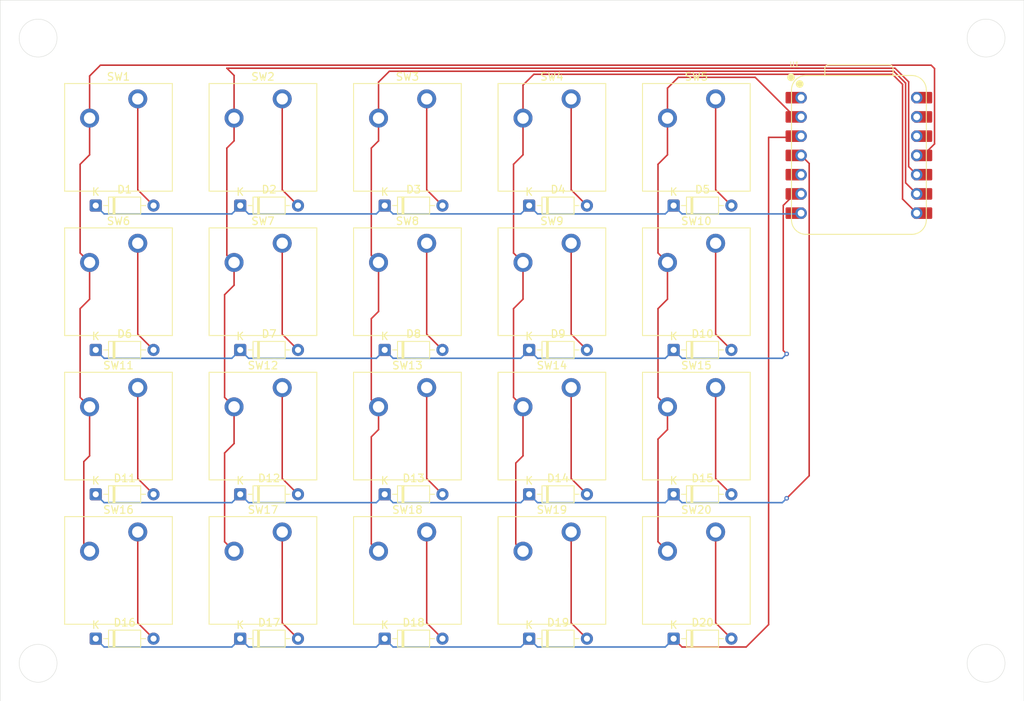
<source format=kicad_pcb>
(kicad_pcb (version 20241229) (generator "pcbnew") (generator_version "9.0")
  (layers (0 "F.Cu" signal) (2 "B.Cu" signal) (13 "F.Paste" user) (15 "B.Paste" user) (5 "F.SilkS" user "F.Silkscreen") (7 "B.SilkS" user "B.Silkscreen") (1 "F.Mask" user) (3 "B.Mask" user) (25 "Edge.Cuts" user))
  (net 0 "")
  (net 1 "r2")
  (net 2 "Net-(D1-A)")
  (net 3 "GND")
  (net 4 "+5V")
  (net 5 "Net-(D3-A)")
  (net 6 "Net-(D4-A)")
  (net 7 "Net-(D5-A)")
  (net 8 "Net-(D6-A)")
  (net 9 "Net-(D7-A)")
  (net 10 "r1")
  (net 11 "Net-(D8-A)")
  (net 12 "Net-(D9-A)")
  (net 13 "Net-(D10-A)")
  (net 14 "Net-(D11-A)")
  (net 15 "Net-(D12-A)")
  (net 16 "r3")
  (net 17 "c2")
  (net 18 "c3")
  (net 19 "c4")
  (net 20 "c5")
  (net 21 "c1")
  (net 23 "Net-(D2-A)")
  (net 24 "Net-(D13-A)")
  (net 25 "Net-(D14-A)")
  (net 26 "Net-(D15-A)")
  (net 27 "r4")
  (net 28 "Net-(D16-A)")
  (net 29 "Net-(D17-A)")
  (net 30 "Net-(D18-A)")
  (net 31 "Net-(D19-A)")
  (net 32 "Net-(D20-A)")
  (footprint "ScottoKeebs_MX:MX_PCB_1.00u" (layer "F.Cu") (at 114.3 57.15)
    (property "Reference" "SW10" (at 0 -8 0) (layer "F.SilkS"))
    (property "Value" "SW_Push")
    (pad "" np_thru_hole circle (at -5.08 0) (size 1.75 1.75) (drill 1.75) (layers "*.Cu" "*.Mask"))
    (pad "" np_thru_hole circle (at 0 0) (size 4 4) (drill 4) (layers "*.Cu" "*.Mask"))
    (pad "" np_thru_hole circle (at 5.08 0) (size 1.75 1.75) (drill 1.75) (layers "*.Cu" "*.Mask"))
    (pad "1" thru_hole circle (at -3.81 -2.54) (size 2.5 2.5) (drill 1.5) (layers "*.Cu" "*.Mask") (net 20 "c5"))
    (pad "2" thru_hole circle (at 2.54 -5.08) (size 2.5 2.5) (drill 1.5) (layers "*.Cu" "*.Mask") (net 13 "Net-(D10-A)"))
  )
  (footprint "ScottoKeebs_MX:MX_PCB_1.00u" (layer "F.Cu") (at 95.25 57.15)
    (property "Reference" "SW9" (at 0 -8 0) (layer "F.SilkS"))
    (property "Value" "SW_Push")
    (pad "" np_thru_hole circle (at -5.08 0) (size 1.75 1.75) (drill 1.75) (layers "*.Cu" "*.Mask"))
    (pad "" np_thru_hole circle (at 0 0) (size 4 4) (drill 4) (layers "*.Cu" "*.Mask"))
    (pad "" np_thru_hole circle (at 5.08 0) (size 1.75 1.75) (drill 1.75) (layers "*.Cu" "*.Mask"))
    (pad "1" thru_hole circle (at -3.81 -2.54) (size 2.5 2.5) (drill 1.5) (layers "*.Cu" "*.Mask") (net 19 "c4"))
    (pad "2" thru_hole circle (at 2.54 -5.08) (size 2.5 2.5) (drill 1.5) (layers "*.Cu" "*.Mask") (net 12 "Net-(D9-A)"))
  )
  (footprint "Diode_THT:D_DO-35_SOD27_P7.62mm_Horizontal" (layer "F.Cu") (at 35.1 66.15)
    (property "Reference" "D6" (at 3.81 -2.12 0) (layer "F.SilkS"))
    (property "Value" "D")
    (fp_text user "K" (at 0 -1.8 0) (layer "F.SilkS"))
    (pad "1" thru_hole roundrect (at 0 0) (size 1.6 1.6) (drill 0.8) (layers "*.Cu" "*.Mask") (roundrect_rratio 0.15625) (net 1 "r2"))
    (pad "2" thru_hole circle (at 7.62 0) (size 1.6 1.6) (drill 0.8) (layers "*.Cu" "*.Mask") (net 8 "Net-(D6-A)"))
  )
  (footprint "ScottoKeebs_MX:MX_PCB_1.00u" (layer "F.Cu") (at 76.2 76.2)
    (property "Reference" "SW13" (at 0 -8 0) (layer "F.SilkS"))
    (property "Value" "SW_Push")
    (pad "" np_thru_hole circle (at -5.08 0) (size 1.75 1.75) (drill 1.75) (layers "*.Cu" "*.Mask"))
    (pad "" np_thru_hole circle (at 0 0) (size 4 4) (drill 4) (layers "*.Cu" "*.Mask"))
    (pad "" np_thru_hole circle (at 5.08 0) (size 1.75 1.75) (drill 1.75) (layers "*.Cu" "*.Mask"))
    (pad "1" thru_hole circle (at -3.81 -2.54) (size 2.5 2.5) (drill 1.5) (layers "*.Cu" "*.Mask") (net 18 "c3"))
    (pad "2" thru_hole circle (at 2.54 -5.08) (size 2.5 2.5) (drill 1.5) (layers "*.Cu" "*.Mask") (net 24 "Net-(D13-A)"))
  )
  (footprint "Diode_THT:D_DO-35_SOD27_P7.62mm_Horizontal" (layer "F.Cu") (at 73.2 66.15)
    (property "Reference" "D8" (at 3.81 -2.12 0) (layer "F.SilkS"))
    (property "Value" "D")
    (fp_text user "K" (at 0 -1.8 0) (layer "F.SilkS"))
    (pad "1" thru_hole roundrect (at 0 0) (size 1.6 1.6) (drill 0.8) (layers "*.Cu" "*.Mask") (roundrect_rratio 0.15625) (net 1 "r2"))
    (pad "2" thru_hole circle (at 7.62 0) (size 1.6 1.6) (drill 0.8) (layers "*.Cu" "*.Mask") (net 11 "Net-(D8-A)"))
  )
  (footprint "ScottoKeebs_MX:MX_PCB_1.00u" (layer "F.Cu") (at 95.25 95.25)
    (property "Reference" "SW19" (at 0 -8 0) (layer "F.SilkS"))
    (property "Value" "SW_Push")
    (pad "" np_thru_hole circle (at -5.08 0) (size 1.75 1.75) (drill 1.75) (layers "*.Cu" "*.Mask"))
    (pad "" np_thru_hole circle (at 0 0) (size 4 4) (drill 4) (layers "*.Cu" "*.Mask"))
    (pad "" np_thru_hole circle (at 5.08 0) (size 1.75 1.75) (drill 1.75) (layers "*.Cu" "*.Mask"))
    (pad "1" thru_hole circle (at -3.81 -2.54) (size 2.5 2.5) (drill 1.5) (layers "*.Cu" "*.Mask") (net 19 "c4"))
    (pad "2" thru_hole circle (at 2.54 -5.08) (size 2.5 2.5) (drill 1.5) (layers "*.Cu" "*.Mask") (net 31 "Net-(D19-A)"))
  )
  (footprint "Diode_THT:D_DO-35_SOD27_P7.62mm_Horizontal" (layer "F.Cu") (at 35.1 85.2)
    (property "Reference" "D11" (at 3.81 -2.12 0) (layer "F.SilkS"))
    (property "Value" "D")
    (fp_text user "K" (at 0 -1.8 0) (layer "F.SilkS"))
    (pad "1" thru_hole roundrect (at 0 0) (size 1.6 1.6) (drill 0.8) (layers "*.Cu" "*.Mask") (roundrect_rratio 0.15625) (net 16 "r3"))
    (pad "2" thru_hole circle (at 7.62 0) (size 1.6 1.6) (drill 0.8) (layers "*.Cu" "*.Mask") (net 14 "Net-(D11-A)"))
  )
  (footprint "Diode_THT:D_DO-35_SOD27_P7.62mm_Horizontal" (layer "F.Cu") (at 111.3 47.1)
    (property "Reference" "D5" (at 3.81 -2.12 0) (layer "F.SilkS"))
    (property "Value" "D")
    (fp_text user "K" (at 0 -1.8 0) (layer "F.SilkS"))
    (pad "1" thru_hole roundrect (at 0 0) (size 1.6 1.6) (drill 0.8) (layers "*.Cu" "*.Mask") (roundrect_rratio 0.15625) (net 10 "r1"))
    (pad "2" thru_hole circle (at 7.62 0) (size 1.6 1.6) (drill 0.8) (layers "*.Cu" "*.Mask") (net 7 "Net-(D5-A)"))
  )
  (footprint "ScottoKeebs_MX:MX_PCB_1.00u" (layer "F.Cu") (at 76.2 57.15)
    (property "Reference" "SW8" (at 0 -8 0) (layer "F.SilkS"))
    (property "Value" "SW_Push")
    (pad "" np_thru_hole circle (at -5.08 0) (size 1.75 1.75) (drill 1.75) (layers "*.Cu" "*.Mask"))
    (pad "" np_thru_hole circle (at 0 0) (size 4 4) (drill 4) (layers "*.Cu" "*.Mask"))
    (pad "" np_thru_hole circle (at 5.08 0) (size 1.75 1.75) (drill 1.75) (layers "*.Cu" "*.Mask"))
    (pad "1" thru_hole circle (at -3.81 -2.54) (size 2.5 2.5) (drill 1.5) (layers "*.Cu" "*.Mask") (net 18 "c3"))
    (pad "2" thru_hole circle (at 2.54 -5.08) (size 2.5 2.5) (drill 1.5) (layers "*.Cu" "*.Mask") (net 11 "Net-(D8-A)"))
  )
  (footprint "ScottoKeebs_MX:MX_PCB_1.00u" (layer "F.Cu") (at 76.2 38.1)
    (property "Reference" "SW3" (at 0 -8 0) (layer "F.SilkS"))
    (property "Value" "SW_Push")
    (pad "" np_thru_hole circle (at -5.08 0) (size 1.75 1.75) (drill 1.75) (layers "*.Cu" "*.Mask"))
    (pad "" np_thru_hole circle (at 0 0) (size 4 4) (drill 4) (layers "*.Cu" "*.Mask"))
    (pad "" np_thru_hole circle (at 5.08 0) (size 1.75 1.75) (drill 1.75) (layers "*.Cu" "*.Mask"))
    (pad "1" thru_hole circle (at -3.81 -2.54) (size 2.5 2.5) (drill 1.5) (layers "*.Cu" "*.Mask") (net 18 "c3"))
    (pad "2" thru_hole circle (at 2.54 -5.08) (size 2.5 2.5) (drill 1.5) (layers "*.Cu" "*.Mask") (net 5 "Net-(D3-A)"))
  )
  (footprint "ScottoKeebs_MX:MX_PCB_1.00u" (layer "F.Cu") (at 38.1 57.15)
    (property "Reference" "SW6" (at 0 -8 0) (layer "F.SilkS"))
    (property "Value" "SW_Push")
    (pad "" np_thru_hole circle (at -5.08 0) (size 1.75 1.75) (drill 1.75) (layers "*.Cu" "*.Mask"))
    (pad "" np_thru_hole circle (at 0 0) (size 4 4) (drill 4) (layers "*.Cu" "*.Mask"))
    (pad "" np_thru_hole circle (at 5.08 0) (size 1.75 1.75) (drill 1.75) (layers "*.Cu" "*.Mask"))
    (pad "1" thru_hole circle (at -3.81 -2.54) (size 2.5 2.5) (drill 1.5) (layers "*.Cu" "*.Mask") (net 21 "c1"))
    (pad "2" thru_hole circle (at 2.54 -5.08) (size 2.5 2.5) (drill 1.5) (layers "*.Cu" "*.Mask") (net 8 "Net-(D6-A)"))
  )
  (footprint "ScottoKeebs_MX:MX_PCB_1.00u" (layer "F.Cu") (at 38.1 76.2)
    (property "Reference" "SW11" (at 0 -8 0) (layer "F.SilkS"))
    (property "Value" "SW_Push")
    (pad "" np_thru_hole circle (at -5.08 0) (size 1.75 1.75) (drill 1.75) (layers "*.Cu" "*.Mask"))
    (pad "" np_thru_hole circle (at 0 0) (size 4 4) (drill 4) (layers "*.Cu" "*.Mask"))
    (pad "" np_thru_hole circle (at 5.08 0) (size 1.75 1.75) (drill 1.75) (layers "*.Cu" "*.Mask"))
    (pad "1" thru_hole circle (at -3.81 -2.54) (size 2.5 2.5) (drill 1.5) (layers "*.Cu" "*.Mask") (net 21 "c1"))
    (pad "2" thru_hole circle (at 2.54 -5.08) (size 2.5 2.5) (drill 1.5) (layers "*.Cu" "*.Mask") (net 14 "Net-(D11-A)"))
  )
  (footprint "Seeed Studio XIAO Series Library:XIAO-RP2040-DIP" (layer "F.Cu") (at 135.73125 40.48125)
    (property "Reference" "U1" (at -8.5 -12 0) (layer "F.SilkS") (effects (font (size 0.635 0.635) (thickness 0.1016))))
    (property "Value" "XIAO-RP2040-DIP")
    (pad "1" smd roundrect (at -8.455 -7.62 180) (size 2.432 1.524) (layers "F.Cu" "F.Mask") (roundrect_rratio 0.1))
    (pad "1" thru_hole circle (at -7.62 -7.62 180) (size 1.524 1.524) (drill 0.889) (layers "*.Cu" "*.Mask"))
    (pad "2" smd roundrect (at -8.455 -5.08 180) (size 2.432 1.524) (layers "F.Cu" "F.Mask") (roundrect_rratio 0.1) (net 20 "c5"))
    (pad "2" thru_hole circle (at -7.62 -5.08 180) (size 1.524 1.524) (drill 0.889) (layers "*.Cu" "*.Mask") (net 20 "c5"))
    (pad "3" smd roundrect (at -8.455 -2.54 180) (size 2.432 1.524) (layers "F.Cu" "F.Mask") (roundrect_rratio 0.1) (net 27 "r4"))
    (pad "3" thru_hole circle (at -7.62 -2.54 180) (size 1.524 1.524) (drill 0.889) (layers "*.Cu" "*.Mask") (net 27 "r4"))
    (pad "4" smd roundrect (at -8.455 0 180) (size 2.432 1.524) (layers "F.Cu" "F.Mask") (roundrect_rratio 0.1) (net 16 "r3"))
    (pad "4" thru_hole circle (at -7.62 0 180) (size 1.524 1.524) (drill 0.889) (layers "*.Cu" "*.Mask") (net 16 "r3"))
    (pad "5" smd roundrect (at -8.455 2.54 180) (size 2.432 1.524) (layers "F.Cu" "F.Mask") (roundrect_rratio 0.1))
    (pad "5" thru_hole circle (at -7.62 2.54 180) (size 1.524 1.524) (drill 0.889) (layers "*.Cu" "*.Mask"))
    (pad "6" smd roundrect (at -8.455 5.08 180) (size 2.432 1.524) (layers "F.Cu" "F.Mask") (roundrect_rratio 0.1) (net 1 "r2"))
    (pad "6" thru_hole circle (at -7.62 5.08 180) (size 1.524 1.524) (drill 0.889) (layers "*.Cu" "*.Mask") (net 1 "r2"))
    (pad "7" smd roundrect (at -8.455 7.62 180) (size 2.432 1.524) (layers "F.Cu" "F.Mask") (roundrect_rratio 0.1) (net 10 "r1"))
    (pad "7" thru_hole circle (at -7.62 7.62 180) (size 1.524 1.524) (drill 0.889) (layers "*.Cu" "*.Mask") (net 10 "r1"))
    (pad "8" thru_hole circle (at 7.62 7.62) (size 1.524 1.524) (drill 0.889) (layers "*.Cu" "*.Mask") (net 19 "c4"))
    (pad "8" smd roundrect (at 8.455 7.62) (size 2.432 1.524) (layers "F.Cu" "F.Mask") (roundrect_rratio 0.1) (net 19 "c4"))
    (pad "9" thru_hole circle (at 7.62 5.08) (size 1.524 1.524) (drill 0.889) (layers "*.Cu" "*.Mask") (net 18 "c3"))
    (pad "9" smd roundrect (at 8.455 5.08) (size 2.432 1.524) (layers "F.Cu" "F.Mask") (roundrect_rratio 0.1) (net 18 "c3"))
    (pad "10" thru_hole circle (at 7.62 2.54) (size 1.524 1.524) (drill 0.889) (layers "*.Cu" "*.Mask") (net 17 "c2"))
    (pad "10" smd roundrect (at 8.455 2.54) (size 2.432 1.524) (layers "F.Cu" "F.Mask") (roundrect_rratio 0.1) (net 17 "c2"))
    (pad "11" thru_hole circle (at 7.62 0) (size 1.524 1.524) (drill 0.889) (layers "*.Cu" "*.Mask") (net 21 "c1"))
    (pad "11" smd roundrect (at 8.455 0) (size 2.432 1.524) (layers "F.Cu" "F.Mask") (roundrect_rratio 0.1) (net 21 "c1"))
    (pad "12" thru_hole circle (at 7.62 -2.54) (size 1.524 1.524) (drill 0.889) (layers "*.Cu" "*.Mask"))
    (pad "12" smd roundrect (at 8.455 -2.54) (size 2.432 1.524) (layers "F.Cu" "F.Mask") (roundrect_rratio 0.1))
    (pad "13" thru_hole circle (at 7.62 -5.08) (size 1.524 1.524) (drill 0.889) (layers "*.Cu" "*.Mask") (net 3 "GND"))
    (pad "13" smd roundrect (at 8.455 -5.08) (size 2.432 1.524) (layers "F.Cu" "F.Mask") (roundrect_rratio 0.1) (net 3 "GND"))
    (pad "14" thru_hole circle (at 7.62 -7.62) (size 1.524 1.524) (drill 0.889) (layers "*.Cu" "*.Mask") (net 4 "+5V"))
    (pad "14" smd roundrect (at 8.455 -7.62) (size 2.432 1.524) (layers "F.Cu" "F.Mask") (roundrect_rratio 0.1) (net 4 "+5V"))
  )
  (footprint "Diode_THT:D_DO-35_SOD27_P7.62mm_Horizontal" (layer "F.Cu") (at 54.15 47.1)
    (property "Reference" "D2" (at 3.81 -2.12 0) (layer "F.SilkS"))
    (property "Value" "D")
    (fp_text user "K" (at 0 -1.8 0) (layer "F.SilkS"))
    (pad "1" thru_hole roundrect (at 0 0) (size 1.6 1.6) (drill 0.8) (layers "*.Cu" "*.Mask") (roundrect_rratio 0.15625) (net 10 "r1"))
    (pad "2" thru_hole circle (at 7.62 0) (size 1.6 1.6) (drill 0.8) (layers "*.Cu" "*.Mask") (net 23 "Net-(D2-A)"))
  )
  (footprint "ScottoKeebs_MX:MX_PCB_1.00u" (layer "F.Cu") (at 57.15 76.2)
    (property "Reference" "SW12" (at 0 -8 0) (layer "F.SilkS"))
    (property "Value" "SW_Push")
    (pad "" np_thru_hole circle (at -5.08 0) (size 1.75 1.75) (drill 1.75) (layers "*.Cu" "*.Mask"))
    (pad "" np_thru_hole circle (at 0 0) (size 4 4) (drill 4) (layers "*.Cu" "*.Mask"))
    (pad "" np_thru_hole circle (at 5.08 0) (size 1.75 1.75) (drill 1.75) (layers "*.Cu" "*.Mask"))
    (pad "1" thru_hole circle (at -3.81 -2.54) (size 2.5 2.5) (drill 1.5) (layers "*.Cu" "*.Mask") (net 17 "c2"))
    (pad "2" thru_hole circle (at 2.54 -5.08) (size 2.5 2.5) (drill 1.5) (layers "*.Cu" "*.Mask") (net 15 "Net-(D12-A)"))
  )
  (footprint "ScottoKeebs_MX:MX_PCB_1.00u" (layer "F.Cu") (at 95.25 76.2)
    (property "Reference" "SW14" (at 0 -8 0) (layer "F.SilkS"))
    (property "Value" "SW_Push")
    (pad "" np_thru_hole circle (at -5.08 0) (size 1.75 1.75) (drill 1.75) (layers "*.Cu" "*.Mask"))
    (pad "" np_thru_hole circle (at 0 0) (size 4 4) (drill 4) (layers "*.Cu" "*.Mask"))
    (pad "" np_thru_hole circle (at 5.08 0) (size 1.75 1.75) (drill 1.75) (layers "*.Cu" "*.Mask"))
    (pad "1" thru_hole circle (at -3.81 -2.54) (size 2.5 2.5) (drill 1.5) (layers "*.Cu" "*.Mask") (net 19 "c4"))
    (pad "2" thru_hole circle (at 2.54 -5.08) (size 2.5 2.5) (drill 1.5) (layers "*.Cu" "*.Mask") (net 25 "Net-(D14-A)"))
  )
  (footprint "ScottoKeebs_MX:MX_PCB_1.00u" (layer "F.Cu") (at 76.2 95.25)
    (property "Reference" "SW18" (at 0 -8 0) (layer "F.SilkS"))
    (property "Value" "SW_Push")
    (pad "" np_thru_hole circle (at -5.08 0) (size 1.75 1.75) (drill 1.75) (layers "*.Cu" "*.Mask"))
    (pad "" np_thru_hole circle (at 0 0) (size 4 4) (drill 4) (layers "*.Cu" "*.Mask"))
    (pad "" np_thru_hole circle (at 5.08 0) (size 1.75 1.75) (drill 1.75) (layers "*.Cu" "*.Mask"))
    (pad "1" thru_hole circle (at -3.81 -2.54) (size 2.5 2.5) (drill 1.5) (layers "*.Cu" "*.Mask") (net 18 "c3"))
    (pad "2" thru_hole circle (at 2.54 -5.08) (size 2.5 2.5) (drill 1.5) (layers "*.Cu" "*.Mask") (net 30 "Net-(D18-A)"))
  )
  (footprint "Diode_THT:D_DO-35_SOD27_P7.62mm_Horizontal" (layer "F.Cu") (at 92.25 66.15)
    (property "Reference" "D9" (at 3.81 -2.12 0) (layer "F.SilkS"))
    (property "Value" "D")
    (fp_text user "K" (at 0 -1.8 0) (layer "F.SilkS"))
    (pad "1" thru_hole roundrect (at 0 0) (size 1.6 1.6) (drill 0.8) (layers "*.Cu" "*.Mask") (roundrect_rratio 0.15625) (net 1 "r2"))
    (pad "2" thru_hole circle (at 7.62 0) (size 1.6 1.6) (drill 0.8) (layers "*.Cu" "*.Mask") (net 12 "Net-(D9-A)"))
  )
  (footprint "Diode_THT:D_DO-35_SOD27_P7.62mm_Horizontal" (layer "F.Cu") (at 73.2 104.25)
    (property "Reference" "D18" (at 3.81 -2.12 0) (layer "F.SilkS"))
    (property "Value" "D")
    (fp_text user "K" (at 0 -1.8 0) (layer "F.SilkS"))
    (pad "1" thru_hole roundrect (at 0 0) (size 1.6 1.6) (drill 0.8) (layers "*.Cu" "*.Mask") (roundrect_rratio 0.15625) (net 27 "r4"))
    (pad "2" thru_hole circle (at 7.62 0) (size 1.6 1.6) (drill 0.8) (layers "*.Cu" "*.Mask") (net 30 "Net-(D18-A)"))
  )
  (footprint "ScottoKeebs_MX:MX_PCB_1.00u" (layer "F.Cu") (at 57.15 95.25)
    (property "Reference" "SW17" (at 0 -8 0) (layer "F.SilkS"))
    (property "Value" "SW_Push")
    (pad "" np_thru_hole circle (at -5.08 0) (size 1.75 1.75) (drill 1.75) (layers "*.Cu" "*.Mask"))
    (pad "" np_thru_hole circle (at 0 0) (size 4 4) (drill 4) (layers "*.Cu" "*.Mask"))
    (pad "" np_thru_hole circle (at 5.08 0) (size 1.75 1.75) (drill 1.75) (layers "*.Cu" "*.Mask"))
    (pad "1" thru_hole circle (at -3.81 -2.54) (size 2.5 2.5) (drill 1.5) (layers "*.Cu" "*.Mask") (net 17 "c2"))
    (pad "2" thru_hole circle (at 2.54 -5.08) (size 2.5 2.5) (drill 1.5) (layers "*.Cu" "*.Mask") (net 29 "Net-(D17-A)"))
  )
  (footprint "Diode_THT:D_DO-35_SOD27_P7.62mm_Horizontal" (layer "F.Cu") (at 92.25 104.25)
    (property "Reference" "D19" (at 3.81 -2.12 0) (layer "F.SilkS"))
    (property "Value" "D")
    (fp_text user "K" (at 0 -1.8 0) (layer "F.SilkS"))
    (pad "1" thru_hole roundrect (at 0 0) (size 1.6 1.6) (drill 0.8) (layers "*.Cu" "*.Mask") (roundrect_rratio 0.15625) (net 27 "r4"))
    (pad "2" thru_hole circle (at 7.62 0) (size 1.6 1.6) (drill 0.8) (layers "*.Cu" "*.Mask") (net 31 "Net-(D19-A)"))
  )
  (footprint "ScottoKeebs_MX:MX_PCB_1.00u" (layer "F.Cu") (at 114.3 76.2)
    (property "Reference" "SW15" (at 0 -8 0) (layer "F.SilkS"))
    (property "Value" "SW_Push")
    (pad "" np_thru_hole circle (at -5.08 0) (size 1.75 1.75) (drill 1.75) (layers "*.Cu" "*.Mask"))
    (pad "" np_thru_hole circle (at 0 0) (size 4 4) (drill 4) (layers "*.Cu" "*.Mask"))
    (pad "" np_thru_hole circle (at 5.08 0) (size 1.75 1.75) (drill 1.75) (layers "*.Cu" "*.Mask"))
    (pad "1" thru_hole circle (at -3.81 -2.54) (size 2.5 2.5) (drill 1.5) (layers "*.Cu" "*.Mask") (net 20 "c5"))
    (pad "2" thru_hole circle (at 2.54 -5.08) (size 2.5 2.5) (drill 1.5) (layers "*.Cu" "*.Mask") (net 26 "Net-(D15-A)"))
  )
  (footprint "ScottoKeebs_MX:MX_PCB_1.00u" (layer "F.Cu") (at 57.15 57.15)
    (property "Reference" "SW7" (at 0 -8 0) (layer "F.SilkS"))
    (property "Value" "SW_Push")
    (pad "" np_thru_hole circle (at -5.08 0) (size 1.75 1.75) (drill 1.75) (layers "*.Cu" "*.Mask"))
    (pad "" np_thru_hole circle (at 0 0) (size 4 4) (drill 4) (layers "*.Cu" "*.Mask"))
    (pad "" np_thru_hole circle (at 5.08 0) (size 1.75 1.75) (drill 1.75) (layers "*.Cu" "*.Mask"))
    (pad "1" thru_hole circle (at -3.81 -2.54) (size 2.5 2.5) (drill 1.5) (layers "*.Cu" "*.Mask") (net 17 "c2"))
    (pad "2" thru_hole circle (at 2.54 -5.08) (size 2.5 2.5) (drill 1.5) (layers "*.Cu" "*.Mask") (net 9 "Net-(D7-A)"))
  )
  (footprint "Diode_THT:D_DO-35_SOD27_P7.62mm_Horizontal" (layer "F.Cu") (at 54.15 104.25)
    (property "Reference" "D17" (at 3.81 -2.12 0) (layer "F.SilkS"))
    (property "Value" "D")
    (fp_text user "K" (at 0 -1.8 0) (layer "F.SilkS"))
    (pad "1" thru_hole roundrect (at 0 0) (size 1.6 1.6) (drill 0.8) (layers "*.Cu" "*.Mask") (roundrect_rratio 0.15625) (net 27 "r4"))
    (pad "2" thru_hole circle (at 7.62 0) (size 1.6 1.6) (drill 0.8) (layers "*.Cu" "*.Mask") (net 29 "Net-(D17-A)"))
  )
  (footprint "Diode_THT:D_DO-35_SOD27_P7.62mm_Horizontal" (layer "F.Cu") (at 111.3 85.2)
    (property "Reference" "D15" (at 3.81 -2.12 0) (layer "F.SilkS"))
    (property "Value" "D")
    (fp_text user "K" (at 0 -1.8 0) (layer "F.SilkS"))
    (pad "1" thru_hole roundrect (at 0 0) (size 1.6 1.6) (drill 0.8) (layers "*.Cu" "*.Mask") (roundrect_rratio 0.15625) (net 16 "r3"))
    (pad "2" thru_hole circle (at 7.62 0) (size 1.6 1.6) (drill 0.8) (layers "*.Cu" "*.Mask") (net 26 "Net-(D15-A)"))
  )
  (footprint "Diode_THT:D_DO-35_SOD27_P7.62mm_Horizontal" (layer "F.Cu") (at 111.3 104.25)
    (property "Reference" "D20" (at 3.81 -2.12 0) (layer "F.SilkS"))
    (property "Value" "D")
    (fp_text user "K" (at 0 -1.8 0) (layer "F.SilkS"))
    (pad "1" thru_hole roundrect (at 0 0) (size 1.6 1.6) (drill 0.8) (layers "*.Cu" "*.Mask") (roundrect_rratio 0.15625) (net 27 "r4"))
    (pad "2" thru_hole circle (at 7.62 0) (size 1.6 1.6) (drill 0.8) (layers "*.Cu" "*.Mask") (net 32 "Net-(D20-A)"))
  )
  (footprint "ScottoKeebs_MX:MX_PCB_1.00u" (layer "F.Cu") (at 57.15 38.1)
    (property "Reference" "SW2" (at 0 -8 0) (layer "F.SilkS"))
    (property "Value" "SW_Push")
    (pad "" np_thru_hole circle (at -5.08 0) (size 1.75 1.75) (drill 1.75) (layers "*.Cu" "*.Mask"))
    (pad "" np_thru_hole circle (at 0 0) (size 4 4) (drill 4) (layers "*.Cu" "*.Mask"))
    (pad "" np_thru_hole circle (at 5.08 0) (size 1.75 1.75) (drill 1.75) (layers "*.Cu" "*.Mask"))
    (pad "1" thru_hole circle (at -3.81 -2.54) (size 2.5 2.5) (drill 1.5) (layers "*.Cu" "*.Mask") (net 17 "c2"))
    (pad "2" thru_hole circle (at 2.54 -5.08) (size 2.5 2.5) (drill 1.5) (layers "*.Cu" "*.Mask") (net 23 "Net-(D2-A)"))
  )
  (footprint "Diode_THT:D_DO-35_SOD27_P7.62mm_Horizontal" (layer "F.Cu") (at 73.2 47.1)
    (property "Reference" "D3" (at 3.81 -2.12 0) (layer "F.SilkS"))
    (property "Value" "D")
    (fp_text user "K" (at 0 -1.8 0) (layer "F.SilkS"))
    (pad "1" thru_hole roundrect (at 0 0) (size 1.6 1.6) (drill 0.8) (layers "*.Cu" "*.Mask") (roundrect_rratio 0.15625) (net 10 "r1"))
    (pad "2" thru_hole circle (at 7.62 0) (size 1.6 1.6) (drill 0.8) (layers "*.Cu" "*.Mask") (net 5 "Net-(D3-A)"))
  )
  (footprint "Diode_THT:D_DO-35_SOD27_P7.62mm_Horizontal" (layer "F.Cu") (at 35.1 104.25)
    (property "Reference" "D16" (at 3.81 -2.12 0) (layer "F.SilkS"))
    (property "Value" "D")
    (fp_text user "K" (at 0 -1.8 0) (layer "F.SilkS"))
    (pad "1" thru_hole roundrect (at 0 0) (size 1.6 1.6) (drill 0.8) (layers "*.Cu" "*.Mask") (roundrect_rratio 0.15625) (net 27 "r4"))
    (pad "2" thru_hole circle (at 7.62 0) (size 1.6 1.6) (drill 0.8) (layers "*.Cu" "*.Mask") (net 28 "Net-(D16-A)"))
  )
  (footprint "Diode_THT:D_DO-35_SOD27_P7.62mm_Horizontal" (layer "F.Cu") (at 92.25 85.2)
    (property "Reference" "D14" (at 3.81 -2.12 0) (layer "F.SilkS"))
    (property "Value" "D")
    (fp_text user "K" (at 0 -1.8 0) (layer "F.SilkS"))
    (pad "1" thru_hole roundrect (at 0 0) (size 1.6 1.6) (drill 0.8) (layers "*.Cu" "*.Mask") (roundrect_rratio 0.15625) (net 16 "r3"))
    (pad "2" thru_hole circle (at 7.62 0) (size 1.6 1.6) (drill 0.8) (layers "*.Cu" "*.Mask") (net 25 "Net-(D14-A)"))
  )
  (footprint "Diode_THT:D_DO-35_SOD27_P7.62mm_Horizontal" (layer "F.Cu") (at 111.3 66.15)
    (property "Reference" "D10" (at 3.81 -2.12 0) (layer "F.SilkS"))
    (property "Value" "D")
    (fp_text user "K" (at 0 -1.8 0) (layer "F.SilkS"))
    (pad "1" thru_hole roundrect (at 0 0) (size 1.6 1.6) (drill 0.8) (layers "*.Cu" "*.Mask") (roundrect_rratio 0.15625) (net 1 "r2"))
    (pad "2" thru_hole circle (at 7.62 0) (size 1.6 1.6) (drill 0.8) (layers "*.Cu" "*.Mask") (net 13 "Net-(D10-A)"))
  )
  (footprint "Diode_THT:D_DO-35_SOD27_P7.62mm_Horizontal" (layer "F.Cu") (at 54.15 85.2)
    (property "Reference" "D12" (at 3.81 -2.12 0) (layer "F.SilkS"))
    (property "Value" "D")
    (fp_text user "K" (at 0 -1.8 0) (layer "F.SilkS"))
    (pad "1" thru_hole roundrect (at 0 0) (size 1.6 1.6) (drill 0.8) (layers "*.Cu" "*.Mask") (roundrect_rratio 0.15625) (net 16 "r3"))
    (pad "2" thru_hole circle (at 7.62 0) (size 1.6 1.6) (drill 0.8) (layers "*.Cu" "*.Mask") (net 15 "Net-(D12-A)"))
  )
  (footprint "ScottoKeebs_MX:MX_PCB_1.00u" (layer "F.Cu") (at 114.3 38.1)
    (property "Reference" "SW5" (at 0 -8 0) (layer "F.SilkS"))
    (property "Value" "SW_Push")
    (pad "" np_thru_hole circle (at -5.08 0) (size 1.75 1.75) (drill 1.75) (layers "*.Cu" "*.Mask"))
    (pad "" np_thru_hole circle (at 0 0) (size 4 4) (drill 4) (layers "*.Cu" "*.Mask"))
    (pad "" np_thru_hole circle (at 5.08 0) (size 1.75 1.75) (drill 1.75) (layers "*.Cu" "*.Mask"))
    (pad "1" thru_hole circle (at -3.81 -2.54) (size 2.5 2.5) (drill 1.5) (layers "*.Cu" "*.Mask") (net 20 "c5"))
    (pad "2" thru_hole circle (at 2.54 -5.08) (size 2.5 2.5) (drill 1.5) (layers "*.Cu" "*.Mask") (net 7 "Net-(D5-A)"))
  )
  (footprint "ScottoKeebs_MX:MX_PCB_1.00u" (layer "F.Cu") (at 38.1 95.25)
    (property "Reference" "SW16" (at 0 -8 0) (layer "F.SilkS"))
    (property "Value" "SW_Push")
    (pad "" np_thru_hole circle (at -5.08 0) (size 1.75 1.75) (drill 1.75) (layers "*.Cu" "*.Mask"))
    (pad "" np_thru_hole circle (at 0 0) (size 4 4) (drill 4) (layers "*.Cu" "*.Mask"))
    (pad "" np_thru_hole circle (at 5.08 0) (size 1.75 1.75) (drill 1.75) (layers "*.Cu" "*.Mask"))
    (pad "1" thru_hole circle (at -3.81 -2.54) (size 2.5 2.5) (drill 1.5) (layers "*.Cu" "*.Mask") (net 21 "c1"))
    (pad "2" thru_hole circle (at 2.54 -5.08) (size 2.5 2.5) (drill 1.5) (layers "*.Cu" "*.Mask") (net 28 "Net-(D16-A)"))
  )
  (footprint "Diode_THT:D_DO-35_SOD27_P7.62mm_Horizontal" (layer "F.Cu") (at 92.25 47.1)
    (property "Reference" "D4" (at 3.81 -2.12 0) (layer "F.SilkS"))
    (property "Value" "D")
    (fp_text user "K" (at 0 -1.8 0) (layer "F.SilkS"))
    (pad "1" thru_hole roundrect (at 0 0) (size 1.6 1.6) (drill 0.8) (layers "*.Cu" "*.Mask") (roundrect_rratio 0.15625) (net 10 "r1"))
    (pad "2" thru_hole circle (at 7.62 0) (size 1.6 1.6) (drill 0.8) (layers "*.Cu" "*.Mask") (net 6 "Net-(D4-A)"))
  )
  (footprint "ScottoKeebs_MX:MX_PCB_1.00u" (layer "F.Cu") (at 95.25 38.1)
    (property "Reference" "SW4" (at 0 -8 0) (layer "F.SilkS"))
    (property "Value" "SW_Push")
    (pad "" np_thru_hole circle (at -5.08 0) (size 1.75 1.75) (drill 1.75) (layers "*.Cu" "*.Mask"))
    (pad "" np_thru_hole circle (at 0 0) (size 4 4) (drill 4) (layers "*.Cu" "*.Mask"))
    (pad "" np_thru_hole circle (at 5.08 0) (size 1.75 1.75) (drill 1.75) (layers "*.Cu" "*.Mask"))
    (pad "1" thru_hole circle (at -3.81 -2.54) (size 2.5 2.5) (drill 1.5) (layers "*.Cu" "*.Mask") (net 19 "c4"))
    (pad "2" thru_hole circle (at 2.54 -5.08) (size 2.5 2.5) (drill 1.5) (layers "*.Cu" "*.Mask") (net 6 "Net-(D4-A)"))
  )
  (footprint "ScottoKeebs_MX:MX_PCB_1.00u" (layer "F.Cu") (at 38.1 38.1)
    (property "Reference" "SW1" (at 0 -8 0) (layer "F.SilkS"))
    (property "Value" "SW_Push")
    (pad "" np_thru_hole circle (at -5.08 0) (size 1.75 1.75) (drill 1.75) (layers "*.Cu" "*.Mask"))
    (pad "" np_thru_hole circle (at 0 0) (size 4 4) (drill 4) (layers "*.Cu" "*.Mask"))
    (pad "" np_thru_hole circle (at 5.08 0) (size 1.75 1.75) (drill 1.75) (layers "*.Cu" "*.Mask"))
    (pad "1" thru_hole circle (at -3.81 -2.54) (size 2.5 2.5) (drill 1.5) (layers "*.Cu" "*.Mask") (net 21 "c1"))
    (pad "2" thru_hole circle (at 2.54 -5.08) (size 2.5 2.5) (drill 1.5) (layers "*.Cu" "*.Mask") (net 2 "Net-(D1-A)"))
  )
  (footprint "Diode_THT:D_DO-35_SOD27_P7.62mm_Horizontal" (layer "F.Cu") (at 35.1 47.1)
    (property "Reference" "D1" (at 3.81 -2.12 0) (layer "F.SilkS"))
    (property "Value" "D")
    (fp_text user "K" (at 0 -1.8 0) (layer "F.SilkS"))
    (pad "1" thru_hole roundrect (at 0 0) (size 1.6 1.6) (drill 0.8) (layers "*.Cu" "*.Mask") (roundrect_rratio 0.15625) (net 10 "r1"))
    (pad "2" thru_hole circle (at 7.62 0) (size 1.6 1.6) (drill 0.8) (layers "*.Cu" "*.Mask") (net 2 "Net-(D1-A)"))
  )
  (footprint "Diode_THT:D_DO-35_SOD27_P7.62mm_Horizontal" (layer "F.Cu") (at 73.2 85.2)
    (property "Reference" "D13" (at 3.81 -2.12 0) (layer "F.SilkS"))
    (property "Value" "D")
    (fp_text user "K" (at 0 -1.8 0) (layer "F.SilkS"))
    (pad "1" thru_hole roundrect (at 0 0) (size 1.6 1.6) (drill 0.8) (layers "*.Cu" "*.Mask") (roundrect_rratio 0.15625) (net 16 "r3"))
    (pad "2" thru_hole circle (at 7.62 0) (size 1.6 1.6) (drill 0.8) (layers "*.Cu" "*.Mask") (net 24 "Net-(D13-A)"))
  )
  (footprint "ScottoKeebs_MX:MX_PCB_1.00u" (layer "F.Cu") (at 114.3 95.25)
    (property "Reference" "SW20" (at 0 -8 0) (layer "F.SilkS"))
    (property "Value" "SW_Push")
    (pad "" np_thru_hole circle (at -5.08 0) (size 1.75 1.75) (drill 1.75) (layers "*.Cu" "*.Mask"))
    (pad "" np_thru_hole circle (at 0 0) (size 4 4) (drill 4) (layers "*.Cu" "*.Mask"))
    (pad "" np_thru_hole circle (at 5.08 0) (size 1.75 1.75) (drill 1.75) (layers "*.Cu" "*.Mask"))
    (pad "1" thru_hole circle (at -3.81 -2.54) (size 2.5 2.5) (drill 1.5) (layers "*.Cu" "*.Mask") (net 20 "c5"))
    (pad "2" thru_hole circle (at 2.54 -5.08) (size 2.5 2.5) (drill 1.5) (layers "*.Cu" "*.Mask") (net 32 "Net-(D20-A)"))
  )
  (footprint "Diode_THT:D_DO-35_SOD27_P7.62mm_Horizontal" (layer "F.Cu") (at 54.15 66.15)
    (property "Reference" "D7" (at 3.81 -2.12 0) (layer "F.SilkS"))
    (property "Value" "D")
    (fp_text user "K" (at 0 -1.8 0) (layer "F.SilkS"))
    (pad "1" thru_hole roundrect (at 0 0) (size 1.6 1.6) (drill 0.8) (layers "*.Cu" "*.Mask") (roundrect_rratio 0.15625) (net 1 "r2"))
    (pad "2" thru_hole circle (at 7.62 0) (size 1.6 1.6) (drill 0.8) (layers "*.Cu" "*.Mask") (net 9 "Net-(D7-A)"))
  )
  (gr_rect (start 22.5 20) (end 157.5 112.5) (stroke (width 0.05)) (fill no) (layer "Edge.Cuts"))
  (gr_circle (center 27.5 107.5) (end 30 107.5) (stroke (width 0.05)) (fill no) (layer "Edge.Cuts"))
  (gr_circle (center 152.5 107.5) (end 155 107.5) (stroke (width 0.05)) (fill no) (layer "Edge.Cuts"))
  (gr_circle (center 152.5 25) (end 152.5 27.5) (stroke (width 0.05)) (fill no) (layer "Edge.Cuts"))
  (gr_circle (center 27.5 25) (end 30 25) (stroke (width 0.05)) (fill no) (layer "Edge.Cuts"))
  (segment (start 125.75925 66.228) (end 125.75925 47.07825) (width 0.2) (layer "F.Cu") (net 1))
  (segment (start 125.75925 47.07825) (end 127.27625 45.56125) (width 0.2) (layer "F.Cu") (net 1))
  (segment (start 126.20625 66.675) (end 125.75925 66.228) (width 0.2) (layer "F.Cu") (net 1))
  (via (at 126.20625 66.675) (size 0.6) (drill 0.3) (layers "F.Cu" "B.Cu") (net 1))
  (segment (start 112.401 67.251) (end 125.63025 67.251) (width 0.2) (layer "B.Cu") (net 1))
  (segment (start 93.351 67.251) (end 110.199 67.251) (width 0.2) (layer "B.Cu") (net 1))
  (segment (start 74.301 67.251) (end 91.149 67.251) (width 0.2) (layer "B.Cu") (net 1))
  (segment (start 36.201 67.251) (end 53.049 67.251) (width 0.2) (layer "B.Cu") (net 1))
  (segment (start 110.199 67.251) (end 111.3 66.15) (width 0.2) (layer "B.Cu") (net 1))
  (segment (start 72.099 67.251) (end 73.2 66.15) (width 0.2) (layer "B.Cu") (net 1))
  (segment (start 55.251 67.251) (end 72.099 67.251) (width 0.2) (layer "B.Cu") (net 1))
  (segment (start 54.15 66.15) (end 55.251 67.251) (width 0.2) (layer "B.Cu") (net 1))
  (segment (start 111.3 66.15) (end 112.401 67.251) (width 0.2) (layer "B.Cu") (net 1))
  (segment (start 125.63025 67.251) (end 126.20625 66.675) (width 0.2) (layer "B.Cu") (net 1))
  (segment (start 73.2 66.15) (end 74.301 67.251) (width 0.2) (layer "B.Cu") (net 1))
  (segment (start 91.149 67.251) (end 92.25 66.15) (width 0.2) (layer "B.Cu") (net 1))
  (segment (start 35.1 66.15) (end 36.201 67.251) (width 0.2) (layer "B.Cu") (net 1))
  (segment (start 92.25 66.15) (end 93.351 67.251) (width 0.2) (layer "B.Cu") (net 1))
  (segment (start 53.049 67.251) (end 54.15 66.15) (width 0.2) (layer "B.Cu") (net 1))
  (segment (start 40.64 33.02) (end 40.64 45.02) (width 0.2) (layer "F.Cu") (net 2))
  (segment (start 40.64 45.02) (end 42.72 47.1) (width 0.2) (layer "F.Cu") (net 2))
  (segment (start 78.74 45.02) (end 80.82 47.1) (width 0.2) (layer "F.Cu") (net 5))
  (segment (start 78.74 33.02) (end 78.74 45.02) (width 0.2) (layer "F.Cu") (net 5))
  (segment (start 97.79 45.02) (end 99.87 47.1) (width 0.2) (layer "F.Cu") (net 6))
  (segment (start 97.79 33.02) (end 97.79 45.02) (width 0.2) (layer "F.Cu") (net 6))
  (segment (start 116.84 33.02) (end 116.84 45.02) (width 0.2) (layer "F.Cu") (net 7))
  (segment (start 116.84 45.02) (end 118.92 47.1) (width 0.2) (layer "F.Cu") (net 7))
  (segment (start 40.64 64.07) (end 42.72 66.15) (width 0.2) (layer "F.Cu") (net 8))
  (segment (start 40.64 52.07) (end 40.64 64.07) (width 0.2) (layer "F.Cu") (net 8))
  (segment (start 59.69 52.07) (end 59.69 64.07) (width 0.2) (layer "F.Cu") (net 9))
  (segment (start 59.69 64.07) (end 61.77 66.15) (width 0.2) (layer "F.Cu") (net 9))
  (segment (start 74.301 48.201) (end 91.149 48.201) (width 0.2) (layer "B.Cu") (net 10))
  (segment (start 91.149 48.201) (end 92.25 47.1) (width 0.2) (layer "B.Cu") (net 10))
  (segment (start 111.3 47.1) (end 112.401 48.201) (width 0.2) (layer "B.Cu") (net 10))
  (segment (start 53.049 48.201) (end 54.15 47.1) (width 0.2) (layer "B.Cu") (net 10))
  (segment (start 36.201 48.201) (end 53.049 48.201) (width 0.2) (layer "B.Cu") (net 10))
  (segment (start 35.1 47.1) (end 36.201 48.201) (width 0.2) (layer "B.Cu") (net 10))
  (segment (start 128.0115 48.201) (end 128.11125 48.10125) (width 0.2) (layer "B.Cu") (net 10))
  (segment (start 92.25 47.1) (end 93.351 48.201) (width 0.2) (layer "B.Cu") (net 10))
  (segment (start 55.251 48.201) (end 72.099 48.201) (width 0.2) (layer "B.Cu") (net 10))
  (segment (start 112.401 48.201) (end 128.0115 48.201) (width 0.2) (layer "B.Cu") (net 10))
  (segment (start 93.351 48.201) (end 110.199 48.201) (width 0.2) (layer "B.Cu") (net 10))
  (segment (start 110.199 48.201) (end 111.3 47.1) (width 0.2) (layer "B.Cu") (net 10))
  (segment (start 72.099 48.201) (end 73.2 47.1) (width 0.2) (layer "B.Cu") (net 10))
  (segment (start 54.15 47.1) (end 55.251 48.201) (width 0.2) (layer "B.Cu") (net 10))
  (segment (start 73.2 47.1) (end 74.301 48.201) (width 0.2) (layer "B.Cu") (net 10))
  (segment (start 78.74 64.07) (end 80.82 66.15) (width 0.2) (layer "F.Cu") (net 11))
  (segment (start 78.74 52.07) (end 78.74 64.07) (width 0.2) (layer "F.Cu") (net 11))
  (segment (start 97.79 52.07) (end 97.79 64.07) (width 0.2) (layer "F.Cu") (net 12))
  (segment (start 97.79 64.07) (end 99.87 66.15) (width 0.2) (layer "F.Cu") (net 12))
  (segment (start 116.84 64.07) (end 118.92 66.15) (width 0.2) (layer "F.Cu") (net 13))
  (segment (start 116.84 52.07) (end 116.84 64.07) (width 0.2) (layer "F.Cu") (net 13))
  (segment (start 40.64 71.12) (end 40.64 83.12) (width 0.2) (layer "F.Cu") (net 14))
  (segment (start 40.64 83.12) (end 42.72 85.2) (width 0.2) (layer "F.Cu") (net 14))
  (segment (start 59.69 83.12) (end 61.77 85.2) (width 0.2) (layer "F.Cu") (net 15))
  (segment (start 59.69 71.12) (end 59.69 83.12) (width 0.2) (layer "F.Cu") (net 15))
  (segment (start 126.20625 85.725) (end 129.17425 82.757) (width 0.2) (layer "F.Cu") (net 16))
  (segment (start 129.17425 82.757) (end 129.17425 41.54425) (width 0.2) (layer "F.Cu") (net 16))
  (segment (start 129.17425 41.54425) (end 128.11125 40.48125) (width 0.2) (layer "F.Cu") (net 16))
  (via (at 126.20625 85.725) (size 0.6) (drill 0.3) (layers "F.Cu" "B.Cu") (net 16))
  (segment (start 36.201 86.301) (end 53.049 86.301) (width 0.2) (layer "B.Cu") (net 16))
  (segment (start 110.199 86.301) (end 111.3 85.2) (width 0.2) (layer "B.Cu") (net 16))
  (segment (start 112.401 86.301) (end 125.63025 86.301) (width 0.2) (layer "B.Cu") (net 16))
  (segment (start 55.251 86.301) (end 72.099 86.301) (width 0.2) (layer "B.Cu") (net 16))
  (segment (start 92.25 85.2) (end 93.351 86.301) (width 0.2) (layer "B.Cu") (net 16))
  (segment (start 74.301 86.301) (end 91.149 86.301) (width 0.2) (layer "B.Cu") (net 16))
  (segment (start 111.3 85.2) (end 112.401 86.301) (width 0.2) (layer "B.Cu") (net 16))
  (segment (start 72.099 86.301) (end 73.2 85.2) (width 0.2) (layer "B.Cu") (net 16))
  (segment (start 35.1 85.2) (end 36.201 86.301) (width 0.2) (layer "B.Cu") (net 16))
  (segment (start 91.149 86.301) (end 92.25 85.2) (width 0.2) (layer "B.Cu") (net 16))
  (segment (start 54.15 85.2) (end 55.251 86.301) (width 0.2) (layer "B.Cu") (net 16))
  (segment (start 73.2 85.2) (end 74.301 86.301) (width 0.2) (layer "B.Cu") (net 16))
  (segment (start 53.049 86.301) (end 54.15 85.2) (width 0.2) (layer "B.Cu") (net 16))
  (segment (start 93.351 86.301) (end 110.199 86.301) (width 0.2) (layer "B.Cu") (net 16))
  (segment (start 125.63025 86.301) (end 126.20625 85.725) (width 0.2) (layer "B.Cu") (net 16))
  (segment (start 142.28825 41.95825) (end 143.35125 43.02125) (width 0.2) (layer "F.Cu") (net 17))
  (segment (start 53.34 35.56) (end 53.34 38.563826) (width 0.2) (layer "F.Cu") (net 17))
  (segment (start 52.090001 58.863825) (end 52.090001 72.410001) (width 0.2) (layer "F.Cu") (net 17))
  (segment (start 52.090001 72.410001) (end 53.34 73.66) (width 0.2) (layer "F.Cu") (net 17))
  (segment (start 142.28825 30.7705) (end 142.28825 41.95825) (width 0.2) (layer "F.Cu") (net 17))
  (segment (start 53.34 73.66) (end 53.34 78.50384) (width 0.2) (layer "F.Cu") (net 17))
  (segment (start 52.3875 28.976) (end 140.49375 28.976) (width 0.2) (layer "F.Cu") (net 17))
  (segment (start 52.090001 79.753839) (end 52.090001 91.460001) (width 0.2) (layer "F.Cu") (net 17))
  (segment (start 53.34 35.56) (end 53.34 29.9285) (width 0.2) (layer "F.Cu") (net 17))
  (segment (start 52.3875 39.516326) (end 52.3875 53.6575) (width 0.2) (layer "F.Cu") (net 17))
  (segment (start 140.49375 28.976) (end 142.28825 30.7705) (width 0.2) (layer "F.Cu") (net 17))
  (segment (start 53.34 57.613826) (end 52.090001 58.863825) (width 0.2) (layer "F.Cu") (net 17))
  (segment (start 52.090001 91.460001) (end 53.34 92.71) (width 0.2) (layer "F.Cu") (net 17))
  (segment (start 53.34 54.61) (end 53.34 57.613826) (width 0.2) (layer "F.Cu") (net 17))
  (segment (start 53.34 78.50384) (end 52.090001 79.753839) (width 0.2) (layer "F.Cu") (net 17))
  (segment (start 53.34 38.563826) (end 52.3875 39.516326) (width 0.2) (layer "F.Cu") (net 17))
  (segment (start 53.34 29.9285) (end 52.3875 28.976) (width 0.2) (layer "F.Cu") (net 17))
  (segment (start 52.3875 53.6575) (end 53.34 54.61) (width 0.2) (layer "F.Cu") (net 17))
  (segment (start 72.39 35.56) (end 72.39 30.80575) (width 0.2) (layer "F.Cu") (net 18))
  (segment (start 71.4375 91.7575) (end 72.39 92.71) (width 0.2) (layer "F.Cu") (net 18))
  (segment (start 71.4375 72.7075) (end 72.39 73.66) (width 0.2) (layer "F.Cu") (net 18))
  (segment (start 71.4375 39.516326) (end 71.4375 53.6575) (width 0.2) (layer "F.Cu") (net 18))
  (segment (start 72.39 73.66) (end 72.39 76.663826) (width 0.2) (layer "F.Cu") (net 18))
  (segment (start 71.4375 53.6575) (end 72.39 54.61) (width 0.2) (layer "F.Cu") (net 18))
  (segment (start 141.88725 44.09725) (end 143.35125 45.56125) (width 0.2) (layer "F.Cu") (net 18))
  (segment (start 72.39 30.80575) (end 73.81875 29.377) (width 0.2) (layer "F.Cu") (net 18))
  (segment (start 72.39 61.07384) (end 71.4375 62.02634) (width 0.2) (layer "F.Cu") (net 18))
  (segment (start 72.39 76.663826) (end 71.4375 77.616326) (width 0.2) (layer "F.Cu") (net 18))
  (segment (start 71.4375 62.02634) (end 71.4375 72.7075) (width 0.2) (layer "F.Cu") (net 18))
  (segment (start 72.39 35.56) (end 72.39 38.563826) (width 0.2) (layer "F.Cu") (net 18))
  (segment (start 140.32765 29.377) (end 141.88725 30.9366) (width 0.2) (layer "F.Cu") (net 18))
  (segment (start 72.39 54.61) (end 72.39 61.07384) (width 0.2) (layer "F.Cu") (net 18))
  (segment (start 71.4375 77.616326) (end 71.4375 91.7575) (width 0.2) (layer "F.Cu") (net 18))
  (segment (start 72.39 38.563826) (end 71.4375 39.516326) (width 0.2) (layer "F.Cu") (net 18))
  (segment (start 73.81875 29.377) (end 140.32765 29.377) (width 0.2) (layer "F.Cu") (net 18))
  (segment (start 141.88725 30.9366) (end 141.88725 44.09725) (width 0.2) (layer "F.Cu") (net 18))
  (segment (start 91.44 54.61) (end 91.44 59.45384) (width 0.2) (layer "F.Cu") (net 19))
  (segment (start 91.44 31.20675) (end 92.86875 29.778) (width 0.2) (layer "F.Cu") (net 19))
  (segment (start 90.190001 53.360001) (end 91.44 54.61) (width 0.2) (layer "F.Cu") (net 19))
  (segment (start 141.48625 31.1027) (end 141.48625 46.23625) (width 0.2) (layer "F.Cu") (net 19))
  (segment (start 90.190001 41.653839) (end 90.190001 53.360001) (width 0.2) (layer "F.Cu") (net 19))
  (segment (start 141.48625 46.23625) (end 143.35125 48.10125) (width 0.2) (layer "F.Cu") (net 19))
  (segment (start 91.44 40.40384) (end 90.190001 41.653839) (width 0.2) (layer "F.Cu") (net 19))
  (segment (start 90.190001 60.703839) (end 90.190001 72.410001) (width 0.2) (layer "F.Cu") (net 19))
  (segment (start 91.44 59.45384) (end 90.190001 60.703839) (width 0.2) (layer "F.Cu") (net 19))
  (segment (start 91.44 35.56) (end 91.44 31.20675) (width 0.2) (layer "F.Cu") (net 19))
  (segment (start 91.44 73.66) (end 91.44 80.12384) (width 0.2) (layer "F.Cu") (net 19))
  (segment (start 91.44 80.12384) (end 90.4875 81.07634) (width 0.2) (layer "F.Cu") (net 19))
  (segment (start 140.16155 29.778) (end 141.48625 31.1027) (width 0.2) (layer "F.Cu") (net 19))
  (segment (start 90.4875 81.07634) (end 90.4875 91.7575) (width 0.2) (layer "F.Cu") (net 19))
  (segment (start 92.86875 29.778) (end 140.16155 29.778) (width 0.2) (layer "F.Cu") (net 19))
  (segment (start 91.44 35.56) (end 91.44 40.40384) (width 0.2) (layer "F.Cu") (net 19))
  (segment (start 90.190001 72.410001) (end 91.44 73.66) (width 0.2) (layer "F.Cu") (net 19))
  (segment (start 90.4875 91.7575) (end 91.44 92.71) (width 0.2) (layer "F.Cu") (net 19))
  (segment (start 110.49 59.45384) (end 109.240001 60.703839) (width 0.2) (layer "F.Cu") (net 20))
  (segment (start 110.49 35.56) (end 110.49 31.60775) (width 0.2) (layer "F.Cu") (net 20))
  (segment (start 109.240001 91.460001) (end 110.49 92.71) (width 0.2) (layer "F.Cu") (net 20))
  (segment (start 110.49 76.663826) (end 109.240001 77.913825) (width 0.2) (layer "F.Cu") (net 20))
  (segment (start 109.240001 77.913825) (end 109.240001 91.460001) (width 0.2) (layer "F.Cu") (net 20))
  (segment (start 110.49 40.40384) (end 109.240001 41.653839) (width 0.2) (layer "F.Cu") (net 20))
  (segment (start 109.240001 72.410001) (end 110.49 73.66) (width 0.2) (layer "F.Cu") (net 20))
  (segment (start 110.49 73.66) (end 110.49 76.663826) (width 0.2) (layer "F.Cu") (net 20))
  (segment (start 110.49 35.56) (end 110.49 40.40384) (width 0.2) (layer "F.Cu") (net 20))
  (segment (start 111.91875 30.179) (end 122.054 30.179) (width 0.2) (layer "F.Cu") (net 20))
  (segment (start 122.054 30.179) (end 127.27625 35.40125) (width 0.2) (layer "F.Cu") (net 20))
  (segment (start 110.49 54.61) (end 110.49 59.45384) (width 0.2) (layer "F.Cu") (net 20))
  (segment (start 109.240001 53.360001) (end 110.49 54.61) (width 0.2) (layer "F.Cu") (net 20))
  (segment (start 109.240001 60.703839) (end 109.240001 72.410001) (width 0.2) (layer "F.Cu") (net 20))
  (segment (start 110.49 31.60775) (end 111.91875 30.179) (width 0.2) (layer "F.Cu") (net 20))
  (segment (start 109.240001 41.653839) (end 109.240001 53.360001) (width 0.2) (layer "F.Cu") (net 20))
  (segment (start 127.27625 35.40125) (end 128.11125 35.40125) (width 0.2) (layer "F.Cu") (net 20))
  (segment (start 145.70325 38.96425) (end 144.18625 40.48125) (width 0.2) (layer "F.Cu") (net 21))
  (segment (start 145.70325 29.022) (end 145.70325 38.96425) (width 0.2) (layer "F.Cu") (net 21))
  (segment (start 33.040001 41.653839) (end 33.040001 53.360001) (width 0.2) (layer "F.Cu") (net 21))
  (segment (start 34.29 35.56) (end 34.29 30.00375) (width 0.2) (layer "F.Cu") (net 21))
  (segment (start 33.527826 91.947826) (end 34.29 92.71) (width 0.2) (layer "F.Cu") (net 21))
  (segment (start 145.25625 28.575) (end 145.70325 29.022) (width 0.2) (layer "F.Cu") (net 21))
  (segment (start 34.29 73.66) (end 34.29 80.12384) (width 0.2) (layer "F.Cu") (net 21))
  (segment (start 33.527826 80.886014) (end 33.527826 91.947826) (width 0.2) (layer "F.Cu") (net 21))
  (segment (start 33.040001 60.703839) (end 33.040001 72.410001) (width 0.2) (layer "F.Cu") (net 21))
  (segment (start 34.29 80.12384) (end 33.527826 80.886014) (width 0.2) (layer "F.Cu") (net 21))
  (segment (start 33.040001 72.410001) (end 34.29 73.66) (width 0.2) (layer "F.Cu") (net 21))
  (segment (start 34.29 35.56) (end 34.29 40.40384) (width 0.2) (layer "F.Cu") (net 21))
  (segment (start 35.71875 28.575) (end 145.25625 28.575) (width 0.2) (layer "F.Cu") (net 21))
  (segment (start 33.040001 53.360001) (end 34.29 54.61) (width 0.2) (layer "F.Cu") (net 21))
  (segment (start 34.29 54.61) (end 34.29 59.45384) (width 0.2) (layer "F.Cu") (net 21))
  (segment (start 34.29 30.00375) (end 35.71875 28.575) (width 0.2) (layer "F.Cu") (net 21))
  (segment (start 34.29 59.45384) (end 33.040001 60.703839) (width 0.2) (layer "F.Cu") (net 21))
  (segment (start 34.29 40.40384) (end 33.040001 41.653839) (width 0.2) (layer "F.Cu") (net 21))
  (segment (start 59.69 33.02) (end 59.69 45.02) (width 0.2) (layer "F.Cu") (net 23))
  (segment (start 59.69 45.02) (end 61.77 47.1) (width 0.2) (layer "F.Cu") (net 23))
  (segment (start 78.74 83.12) (end 80.82 85.2) (width 0.2) (layer "F.Cu") (net 24))
  (segment (start 78.74 71.12) (end 78.74 83.12) (width 0.2) (layer "F.Cu") (net 24))
  (segment (start 97.79 83.12) (end 99.87 85.2) (width 0.2) (layer "F.Cu") (net 25))
  (segment (start 97.79 71.12) (end 97.79 83.12) (width 0.2) (layer "F.Cu") (net 25))
  (segment (start 116.84 83.12) (end 118.92 85.2) (width 0.2) (layer "F.Cu") (net 26))
  (segment (start 116.84 71.12) (end 116.84 83.12) (width 0.2) (layer "F.Cu") (net 26))
  (segment (start 120.86775 105.351) (end 123.825 102.39375) (width 0.2) (layer "F.Cu") (net 27))
  (segment (start 112.401 105.351) (end 120.86775 105.351) (width 0.2) (layer "F.Cu") (net 27))
  (segment (start 126.20625 38.1) (end 126.365 37.94125) (width 0.2) (layer "F.Cu") (net 27))
  (segment (start 126.365 37.94125) (end 128.11125 37.94125) (width 0.2) (layer "F.Cu") (net 27))
  (segment (start 111.3 104.25) (end 112.401 105.351) (width 0.2) (layer "F.Cu") (net 27))
  (segment (start 123.825 102.39375) (end 123.825 38.1) (width 0.2) (layer "F.Cu") (net 27))
  (segment (start 123.825 38.1) (end 126.20625 38.1) (width 0.2) (layer "F.Cu") (net 27))
  (segment (start 92.25 104.25) (end 93.351 105.351) (width 0.2) (layer "B.Cu") (net 27))
  (segment (start 53.049 105.351) (end 54.15 104.25) (width 0.2) (layer "B.Cu") (net 27))
  (segment (start 54.15 104.25) (end 55.251 105.351) (width 0.2) (layer "B.Cu") (net 27))
  (segment (start 74.301 105.351) (end 91.149 105.351) (width 0.2) (layer "B.Cu") (net 27))
  (segment (start 36.201 105.351) (end 53.049 105.351) (width 0.2) (layer "B.Cu") (net 27))
  (segment (start 55.251 105.351) (end 72.099 105.351) (width 0.2) (layer "B.Cu") (net 27))
  (segment (start 110.199 105.351) (end 111.3 104.25) (width 0.2) (layer "B.Cu") (net 27))
  (segment (start 73.2 104.25) (end 74.301 105.351) (width 0.2) (layer "B.Cu") (net 27))
  (segment (start 91.149 105.351) (end 92.25 104.25) (width 0.2) (layer "B.Cu") (net 27))
  (segment (start 93.351 105.351) (end 110.199 105.351) (width 0.2) (layer "B.Cu") (net 27))
  (segment (start 72.099 105.351) (end 73.2 104.25) (width 0.2) (layer "B.Cu") (net 27))
  (segment (start 35.1 104.25) (end 36.201 105.351) (width 0.2) (layer "B.Cu") (net 27))
  (segment (start 40.64 102.17) (end 42.72 104.25) (width 0.2) (layer "F.Cu") (net 28))
  (segment (start 40.64 90.17) (end 40.64 102.17) (width 0.2) (layer "F.Cu") (net 28))
  (segment (start 59.69 102.17) (end 61.77 104.25) (width 0.2) (layer "F.Cu") (net 29))
  (segment (start 59.69 90.17) (end 59.69 102.17) (width 0.2) (layer "F.Cu") (net 29))
  (segment (start 78.74 102.17) (end 80.82 104.25) (width 0.2) (layer "F.Cu") (net 30))
  (segment (start 78.74 90.17) (end 78.74 102.17) (width 0.2) (layer "F.Cu") (net 30))
  (segment (start 97.79 90.17) (end 97.79 102.17) (width 0.2) (layer "F.Cu") (net 31))
  (segment (start 97.79 102.17) (end 99.87 104.25) (width 0.2) (layer "F.Cu") (net 31))
  (segment (start 116.84 102.17) (end 118.92 104.25) (width 0.2) (layer "F.Cu") (net 32))
  (segment (start 116.84 90.17) (end 116.84 102.17) (width 0.2) (layer "F.Cu") (net 32))
)
</source>
